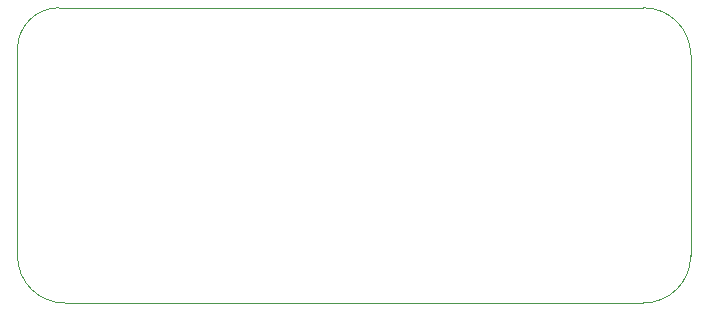
<source format=gbr>
%TF.GenerationSoftware,KiCad,Pcbnew,8.0.3*%
%TF.CreationDate,2024-07-05T22:26:41-07:00*%
%TF.ProjectId,can-opener,63616e2d-6f70-4656-9e65-722e6b696361,rev?*%
%TF.SameCoordinates,Original*%
%TF.FileFunction,Profile,NP*%
%FSLAX46Y46*%
G04 Gerber Fmt 4.6, Leading zero omitted, Abs format (unit mm)*
G04 Created by KiCad (PCBNEW 8.0.3) date 2024-07-05 22:26:41*
%MOMM*%
%LPD*%
G01*
G04 APERTURE LIST*
%TA.AperFunction,Profile*%
%ADD10C,0.100000*%
%TD*%
G04 APERTURE END LIST*
D10*
X95500000Y-76000000D02*
X145000000Y-76000000D01*
X92000000Y-97000000D02*
X92000000Y-79500000D01*
X145000000Y-101000000D02*
X96000000Y-101000000D01*
X149000000Y-80000000D02*
X149000000Y-97000000D01*
X92000000Y-79500000D02*
G75*
G02*
X95500000Y-76000000I3500000J0D01*
G01*
X96000000Y-101000000D02*
G75*
G02*
X92000000Y-97000000I0J4000000D01*
G01*
X149000000Y-97000000D02*
G75*
G02*
X145000000Y-101000000I-4000000J0D01*
G01*
X145000000Y-76000000D02*
G75*
G02*
X149000000Y-80000000I0J-4000000D01*
G01*
M02*

</source>
